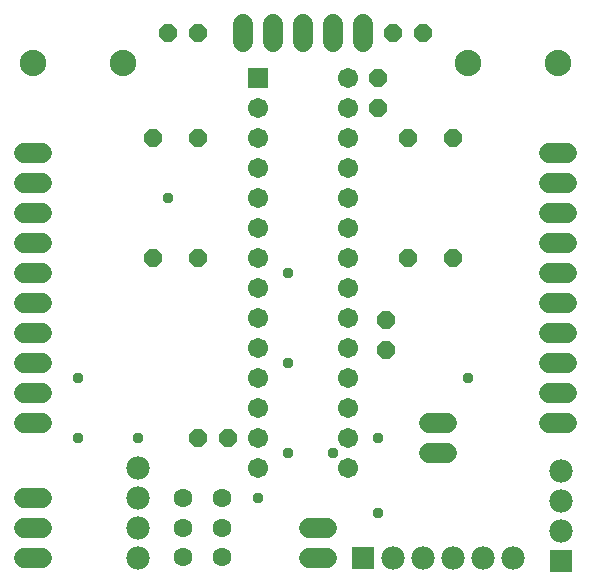
<source format=gbr>
G04 EAGLE Gerber RS-274X export*
G75*
%MOMM*%
%FSLAX34Y34*%
%LPD*%
%INSoldermask Bottom*%
%IPPOS*%
%AMOC8*
5,1,8,0,0,1.08239X$1,22.5*%
G01*
%ADD10R,1.711200X1.711200*%
%ADD11C,1.711200*%
%ADD12C,1.981200*%
%ADD13C,1.727200*%
%ADD14R,1.981200X1.981200*%
%ADD15C,2.235200*%
%ADD16C,1.600200*%
%ADD17P,1.649562X8X292.500000*%
%ADD18P,1.649562X8X112.500000*%
%ADD19P,1.649562X8X202.500000*%
%ADD20P,1.649562X8X22.500000*%
%ADD21C,0.959600*%


D10*
X215900Y431800D03*
D11*
X215900Y406400D03*
X215900Y381000D03*
X215900Y355600D03*
X215900Y330200D03*
X215900Y304800D03*
X215900Y279400D03*
X215900Y254000D03*
X215900Y228600D03*
X215900Y203200D03*
X215900Y177800D03*
X215900Y152400D03*
X215900Y127000D03*
X215900Y101600D03*
X292100Y101600D03*
X292100Y127000D03*
X292100Y152400D03*
X292100Y177800D03*
X292100Y203200D03*
X292100Y228600D03*
X292100Y254000D03*
X292100Y279400D03*
X292100Y304800D03*
X292100Y330200D03*
X292100Y355600D03*
X292100Y381000D03*
X292100Y406400D03*
X292100Y431800D03*
D12*
X114300Y25400D03*
X114300Y50800D03*
X114300Y76200D03*
X114300Y101600D03*
D13*
X462280Y368300D02*
X477520Y368300D01*
X477520Y342900D02*
X462280Y342900D01*
X462280Y317500D02*
X477520Y317500D01*
X477520Y292100D02*
X462280Y292100D01*
X462280Y266700D02*
X477520Y266700D01*
X477520Y241300D02*
X462280Y241300D01*
X462280Y215900D02*
X477520Y215900D01*
X477520Y190500D02*
X462280Y190500D01*
X462280Y165100D02*
X477520Y165100D01*
X477520Y139700D02*
X462280Y139700D01*
X33020Y368300D02*
X17780Y368300D01*
X17780Y342900D02*
X33020Y342900D01*
X33020Y317500D02*
X17780Y317500D01*
X17780Y292100D02*
X33020Y292100D01*
X33020Y266700D02*
X17780Y266700D01*
X17780Y241300D02*
X33020Y241300D01*
X33020Y215900D02*
X17780Y215900D01*
X17780Y190500D02*
X33020Y190500D01*
X33020Y165100D02*
X17780Y165100D01*
X17780Y139700D02*
X33020Y139700D01*
D14*
X304800Y25400D03*
D12*
X330200Y25400D03*
X355600Y25400D03*
X381000Y25400D03*
X406400Y25400D03*
X431800Y25400D03*
D13*
X203200Y462280D02*
X203200Y477520D01*
X228600Y477520D02*
X228600Y462280D01*
X254000Y462280D02*
X254000Y477520D01*
X279400Y477520D02*
X279400Y462280D01*
X304800Y462280D02*
X304800Y477520D01*
X274320Y50800D02*
X259080Y50800D01*
X259080Y25400D02*
X274320Y25400D01*
D15*
X393700Y444500D03*
X469900Y444500D03*
X101600Y444500D03*
X25400Y444500D03*
D16*
X152400Y76200D03*
X152400Y51308D03*
X152400Y26162D03*
X185420Y26162D03*
X185420Y51308D03*
X185420Y76200D03*
D13*
X360680Y139700D02*
X375920Y139700D01*
X375920Y114300D02*
X360680Y114300D01*
D17*
X381000Y381000D03*
X381000Y279400D03*
X127000Y381000D03*
X127000Y279400D03*
D18*
X165100Y279400D03*
X165100Y381000D03*
X342900Y279400D03*
X342900Y381000D03*
D19*
X165100Y469900D03*
X139700Y469900D03*
D20*
X330200Y469900D03*
X355600Y469900D03*
D19*
X190500Y127000D03*
X165100Y127000D03*
D17*
X323850Y227330D03*
X323850Y201930D03*
X317500Y431800D03*
X317500Y406400D03*
D13*
X33020Y76200D02*
X17780Y76200D01*
X17780Y50800D02*
X33020Y50800D01*
X33020Y25400D02*
X17780Y25400D01*
D12*
X472440Y99060D03*
X472440Y73660D03*
X472440Y48260D03*
D14*
X472440Y22860D03*
D21*
X139700Y330200D03*
X241300Y190500D03*
X241300Y266700D03*
X114300Y127000D03*
X279400Y114300D03*
X241300Y114300D03*
X393700Y177800D03*
X215900Y76200D03*
X63500Y177800D03*
X63500Y127000D03*
X317500Y127000D03*
X317500Y63500D03*
M02*

</source>
